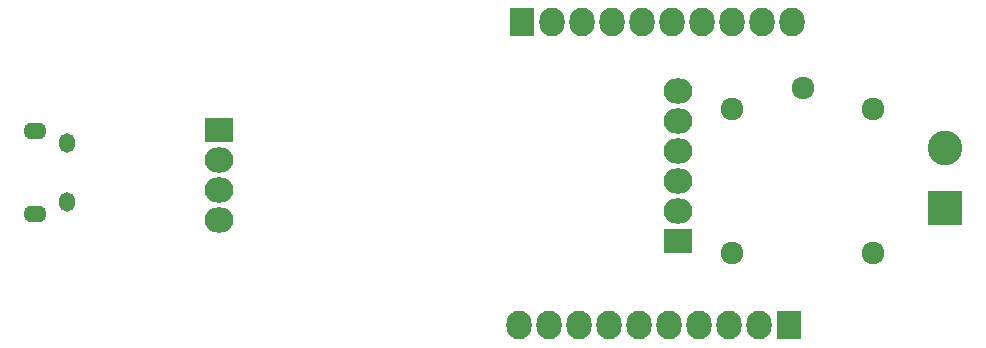
<source format=gbr>
G04 #@! TF.FileFunction,Soldermask,Bot*
%FSLAX46Y46*%
G04 Gerber Fmt 4.6, Leading zero omitted, Abs format (unit mm)*
G04 Created by KiCad (PCBNEW 4.0.2-4+6225~38~ubuntu15.10.1-stable) date Sat 09 Apr 2016 11:14:47 AM CDT*
%MOMM*%
G01*
G04 APERTURE LIST*
%ADD10C,0.100000*%
%ADD11R,2.127200X2.432000*%
%ADD12O,2.127200X2.432000*%
%ADD13R,2.432000X2.127200*%
%ADD14O,2.432000X2.127200*%
%ADD15O,1.350000X1.650000*%
%ADD16O,1.950000X1.400000*%
%ADD17R,2.940000X2.940000*%
%ADD18C,2.940000*%
%ADD19C,1.924000*%
G04 APERTURE END LIST*
D10*
D11*
X174200000Y-81814000D03*
D12*
X171660000Y-81814000D03*
X169120000Y-81814000D03*
X166580000Y-81814000D03*
X164040000Y-81814000D03*
X161500000Y-81814000D03*
X158960000Y-81814000D03*
X156420000Y-81814000D03*
X153880000Y-81814000D03*
X151340000Y-81814000D03*
D13*
X164802000Y-74702000D03*
D14*
X164802000Y-72162000D03*
X164802000Y-69622000D03*
X164802000Y-67082000D03*
X164802000Y-64542000D03*
X164802000Y-62002000D03*
D11*
X151594000Y-56160000D03*
D12*
X154134000Y-56160000D03*
X156674000Y-56160000D03*
X159214000Y-56160000D03*
X161754000Y-56160000D03*
X164294000Y-56160000D03*
X166834000Y-56160000D03*
X169374000Y-56160000D03*
X171914000Y-56160000D03*
X174454000Y-56160000D03*
D15*
X113024540Y-66359100D03*
X113024540Y-71359100D03*
D16*
X110324540Y-65359100D03*
X110324540Y-72359100D03*
D17*
X187408000Y-71908000D03*
D18*
X187408000Y-66828000D03*
D19*
X181312000Y-63526000D03*
X181312000Y-75726000D03*
X169312000Y-75726000D03*
X169312000Y-63526000D03*
X175312000Y-61726000D03*
D13*
X125940000Y-65304000D03*
D14*
X125940000Y-67844000D03*
X125940000Y-70384000D03*
X125940000Y-72924000D03*
M02*

</source>
